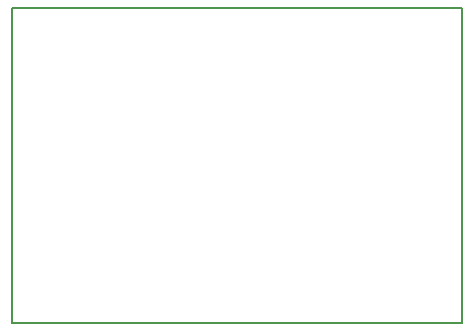
<source format=gbr>
G04 #@! TF.GenerationSoftware,KiCad,Pcbnew,(5.0.0-3-g5ebb6b6)*
G04 #@! TF.CreationDate,2018-10-08T15:19:25-04:00*
G04 #@! TF.ProjectId,TrialBoard1,547269616C426F617264312E6B696361,rev?*
G04 #@! TF.SameCoordinates,Original*
G04 #@! TF.FileFunction,Profile,NP*
%FSLAX46Y46*%
G04 Gerber Fmt 4.6, Leading zero omitted, Abs format (unit mm)*
G04 Created by KiCad (PCBNEW (5.0.0-3-g5ebb6b6)) date Monday, October 08, 2018 at 03:19:25 PM*
%MOMM*%
%LPD*%
G01*
G04 APERTURE LIST*
%ADD10C,0.150000*%
G04 APERTURE END LIST*
D10*
X113030000Y-115570000D02*
X113030000Y-88900000D01*
X151130000Y-115570000D02*
X113030000Y-115570000D01*
X151130000Y-88900000D02*
X151130000Y-115570000D01*
X113030000Y-88900000D02*
X151130000Y-88900000D01*
M02*

</source>
